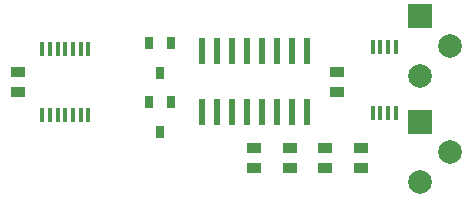
<source format=gts>
%FSLAX34Y34*%
G04 Gerber Fmt 3.4, Leading zero omitted, Abs format*
G04 (created by PCBNEW (2014-02-02 BZR 4653)-product) date 2014-03-02 10:39:36 PM*
%MOIN*%
G01*
G70*
G90*
G04 APERTURE LIST*
%ADD10C,0.005906*%
%ADD11R,0.011800X0.051200*%
%ADD12R,0.027600X0.039400*%
%ADD13R,0.023600X0.086600*%
%ADD14R,0.045000X0.032000*%
%ADD15C,0.078700*%
%ADD16R,0.078700X0.078700*%
G04 APERTURE END LIST*
G54D10*
G54D11*
X34663Y-44367D03*
X34913Y-44367D03*
X35173Y-44367D03*
X35423Y-44367D03*
X35423Y-42167D03*
X35168Y-42167D03*
X34913Y-42167D03*
X34658Y-42167D03*
G54D12*
X27559Y-44988D03*
X27184Y-43988D03*
X27934Y-43988D03*
X27559Y-43019D03*
X27184Y-42019D03*
X27934Y-42019D03*
G54D13*
X28958Y-44330D03*
X29458Y-44330D03*
X29958Y-44330D03*
X30458Y-44330D03*
X30958Y-44330D03*
X31458Y-44330D03*
X31958Y-44330D03*
X32458Y-44330D03*
X32458Y-42284D03*
X31958Y-42284D03*
X31458Y-42284D03*
X30958Y-42284D03*
X30458Y-42284D03*
X29958Y-42284D03*
X29458Y-42284D03*
X28958Y-42284D03*
G54D14*
X33464Y-42972D03*
X33464Y-43642D03*
X31889Y-46201D03*
X31889Y-45531D03*
X34251Y-45531D03*
X34251Y-46201D03*
X33070Y-45531D03*
X33070Y-46201D03*
X30708Y-45531D03*
X30708Y-46201D03*
X22834Y-43642D03*
X22834Y-42972D03*
G54D15*
X37220Y-42125D03*
X36220Y-43125D03*
G54D16*
X36220Y-41125D03*
G54D15*
X37220Y-45669D03*
X36220Y-46669D03*
G54D16*
X36220Y-44669D03*
G54D11*
X23649Y-44407D03*
X23899Y-44407D03*
X24159Y-44407D03*
X24409Y-44407D03*
X24669Y-44407D03*
X24924Y-44407D03*
X25179Y-44407D03*
X25179Y-42207D03*
X24924Y-42207D03*
X24669Y-42207D03*
X24409Y-42207D03*
X24154Y-42207D03*
X23899Y-42207D03*
X23644Y-42207D03*
M02*

</source>
